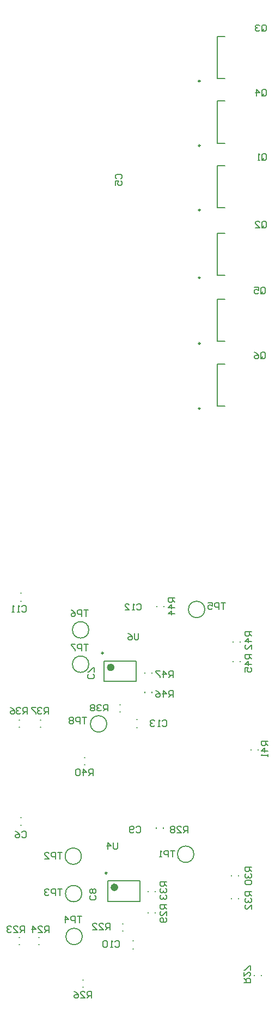
<source format=gbr>
G04 Layer_Color=32896*
%FSLAX26Y26*%
%MOIN*%
%TF.FileFunction,Legend,Bot*%
%TF.Part,Single*%
G01*
G75*
%TA.AperFunction,NonConductor*%
%ADD49C,0.007874*%
%ADD50C,0.009842*%
%ADD51C,0.023622*%
D49*
X1714504Y2426402D02*
G03*
X1714504Y2426402I-50000J0D01*
G01*
X1114504Y1726402D02*
G03*
X1114504Y1726402I-50000J0D01*
G01*
X1004504Y2091402D02*
G03*
X1004504Y2091402I-50000J0D01*
G01*
Y2301402D02*
G03*
X1004504Y2301402I-50000J0D01*
G01*
X964504Y426402D02*
G03*
X964504Y426402I-50000J0D01*
G01*
X961504Y688402D02*
G03*
X961504Y688402I-50000J0D01*
G01*
X959504Y917402D02*
G03*
X959504Y917402I-50000J0D01*
G01*
X1647504Y929402D02*
G03*
X1647504Y929402I-50000J0D01*
G01*
X578031Y1751654D02*
X581968D01*
X578031Y1708347D02*
X581968D01*
X978031Y1521654D02*
X981968D01*
X978031Y1478347D02*
X981968D01*
X1921654Y798032D02*
Y801969D01*
X1878347Y798032D02*
Y801969D01*
X1921653Y658031D02*
Y661969D01*
X1878347Y658031D02*
Y661969D01*
X698031Y421653D02*
X701969D01*
X698031Y378347D02*
X701969D01*
X578032D02*
X581967D01*
X578032Y421653D02*
X581967D01*
X968031Y161654D02*
X971968D01*
X968031Y118347D02*
X971968D01*
X1888347Y2228032D02*
Y2231969D01*
X1931654Y2228032D02*
Y2231969D01*
X1888346Y2108031D02*
Y2111968D01*
X1931653Y2108031D02*
Y2111968D01*
X1297535Y1753008D02*
X1301472D01*
X1297535Y1703795D02*
X1301472D01*
X588049Y2478644D02*
X591986D01*
X588049Y2527856D02*
X591986D01*
X588032Y1105394D02*
X591969D01*
X588032Y1154606D02*
X591969D01*
X1273031Y399606D02*
X1276968D01*
X1273031Y350394D02*
X1276968D01*
X1791278Y4067768D02*
X1836434D01*
X1791278D02*
Y4325248D01*
X1836434D01*
X1791278Y3669854D02*
X1836434D01*
X1791278D02*
Y3927334D01*
X1836434D01*
X1791276Y5672662D02*
X1836434D01*
X1791276D02*
Y5930142D01*
X1836434D01*
X1791276Y5278302D02*
X1836434D01*
X1791276D02*
Y5535782D01*
X1836434D01*
X1791276Y4470168D02*
X1836434D01*
X1791276D02*
Y4727648D01*
X1836434D01*
X1791276Y4883946D02*
X1836434D01*
X1791276D02*
Y5141426D01*
X1836434D01*
X708031Y1751654D02*
X711969D01*
X708031Y1708346D02*
X711969D01*
X1099080Y2111394D02*
X1295930D01*
X1099080Y1985410D02*
X1295930D01*
X1099080D02*
Y2111394D01*
X1295930Y1985410D02*
Y2111394D01*
X1391158Y1918432D02*
Y1922370D01*
X1347852Y1918432D02*
Y1922370D01*
Y2037432D02*
Y2041370D01*
X1391158Y2037432D02*
Y2041370D01*
X1367852Y701282D02*
Y705220D01*
X1411158Y701282D02*
Y705220D01*
Y571432D02*
Y575370D01*
X1367852Y571432D02*
Y575370D01*
X1416852Y1088432D02*
Y1092370D01*
X1460158Y1088432D02*
Y1092370D01*
X1420852Y2444434D02*
Y2448372D01*
X1464158Y2444434D02*
Y2448372D01*
X1121592Y766242D02*
X1318442D01*
X1121592Y640258D02*
X1318442D01*
X1121592D02*
Y766242D01*
X1318442Y640258D02*
Y766242D01*
X2018347Y188032D02*
Y191968D01*
X2061653Y188032D02*
Y191968D01*
X1211536Y505056D02*
X1215472D01*
X1211536Y461748D02*
X1215472D01*
X1193536Y1842056D02*
X1197472D01*
X1193536Y1798748D02*
X1197472D01*
X1998347Y1568031D02*
Y1571969D01*
X2041653Y1568031D02*
Y1571969D01*
X1020000Y50000D02*
Y89357D01*
X1000321D01*
X993762Y82798D01*
Y69679D01*
X1000321Y63119D01*
X1020000D01*
X1006881D02*
X993762Y50000D01*
X954404D02*
X980643D01*
X954404Y76238D01*
Y82798D01*
X960964Y89357D01*
X974083D01*
X980643Y82798D01*
X915047Y89357D02*
X928166Y82798D01*
X941285Y69679D01*
Y56560D01*
X934726Y50000D01*
X921606D01*
X915047Y56560D01*
Y63119D01*
X921606Y69679D01*
X941285D01*
X2000000Y2150000D02*
X1960643D01*
Y2130321D01*
X1967202Y2123762D01*
X1980321D01*
X1986881Y2130321D01*
Y2150000D01*
Y2136881D02*
X2000000Y2123762D01*
Y2090964D02*
X1960643D01*
X1980321Y2110643D01*
Y2084404D01*
X1960643Y2045047D02*
Y2071285D01*
X1980321D01*
X1973762Y2058166D01*
Y2051606D01*
X1980321Y2045047D01*
X1993440D01*
X2000000Y2051606D01*
Y2064726D01*
X1993440Y2071285D01*
X1030000Y1410000D02*
Y1449357D01*
X1010321D01*
X1003762Y1442798D01*
Y1429679D01*
X1010321Y1423119D01*
X1030000D01*
X1016881D02*
X1003762Y1410000D01*
X970964D02*
Y1449357D01*
X990643Y1429679D01*
X964404D01*
X951285Y1442798D02*
X944726Y1449357D01*
X931606D01*
X925047Y1442798D01*
Y1416560D01*
X931606Y1410000D01*
X944726D01*
X951285Y1416560D01*
Y1442798D01*
X628072Y1788412D02*
Y1827769D01*
X608393D01*
X601834Y1821209D01*
Y1808090D01*
X608393Y1801531D01*
X628072D01*
X614953D02*
X601834Y1788412D01*
X588715Y1821209D02*
X582155Y1827769D01*
X569036D01*
X562476Y1821209D01*
Y1814650D01*
X569036Y1808090D01*
X575595D01*
X569036D01*
X562476Y1801531D01*
Y1794971D01*
X569036Y1788412D01*
X582155D01*
X588715Y1794971D01*
X523119Y1827769D02*
X536238Y1821209D01*
X549357Y1808090D01*
Y1794971D01*
X542798Y1788412D01*
X529678D01*
X523119Y1794971D01*
Y1801531D01*
X529678Y1808090D01*
X549357D01*
X2000000Y850000D02*
X1960643D01*
Y830321D01*
X1967202Y823762D01*
X1980321D01*
X1986881Y830321D01*
Y850000D01*
Y836881D02*
X2000000Y823762D01*
X1967202Y810643D02*
X1960643Y804083D01*
Y790964D01*
X1967202Y784404D01*
X1973762D01*
X1980321Y790964D01*
Y797524D01*
Y790964D01*
X1986881Y784404D01*
X1993440D01*
X2000000Y790964D01*
Y804083D01*
X1993440Y810643D01*
X1967202Y771285D02*
X1960643Y764726D01*
Y751606D01*
X1967202Y745047D01*
X1993440D01*
X2000000Y751606D01*
Y764726D01*
X1993440Y771285D01*
X1967202D01*
X989504Y1765759D02*
X963266D01*
X976385D01*
Y1726402D01*
X950146D02*
Y1765759D01*
X930468D01*
X923908Y1759199D01*
Y1746080D01*
X930468Y1739521D01*
X950146D01*
X910789Y1759199D02*
X904230Y1765759D01*
X891110D01*
X884551Y1759199D01*
Y1752640D01*
X891110Y1746080D01*
X884551Y1739521D01*
Y1732961D01*
X891110Y1726402D01*
X904230D01*
X910789Y1732961D01*
Y1739521D01*
X904230Y1746080D01*
X910789Y1752640D01*
Y1759199D01*
X904230Y1746080D02*
X891110D01*
X1001072Y2213769D02*
X974834D01*
X987953D01*
Y2174412D01*
X961715D02*
Y2213769D01*
X942036D01*
X935476Y2207209D01*
Y2194090D01*
X942036Y2187531D01*
X961715D01*
X922357Y2213769D02*
X896119D01*
Y2207209D01*
X922357Y2180971D01*
Y2174412D01*
X1001072Y2423769D02*
X974834D01*
X987953D01*
Y2384412D01*
X961715D02*
Y2423769D01*
X942036D01*
X935476Y2417209D01*
Y2404090D01*
X942036Y2397531D01*
X961715D01*
X896119Y2423769D02*
X909238Y2417209D01*
X922357Y2404090D01*
Y2390971D01*
X915798Y2384412D01*
X902678D01*
X896119Y2390971D01*
Y2397531D01*
X902678Y2404090D01*
X922357D01*
X1839504Y2465759D02*
X1813266D01*
X1826385D01*
Y2426402D01*
X1800147D02*
Y2465759D01*
X1780468D01*
X1773908Y2459199D01*
Y2446080D01*
X1780468Y2439521D01*
X1800147D01*
X1734551Y2465759D02*
X1760789D01*
Y2446080D01*
X1747670Y2452640D01*
X1741110D01*
X1734551Y2446080D01*
Y2432961D01*
X1741110Y2426402D01*
X1754229D01*
X1760789Y2432961D01*
X961072Y548769D02*
X934834D01*
X947953D01*
Y509412D01*
X921715D02*
Y548769D01*
X902036D01*
X895476Y542209D01*
Y529090D01*
X902036Y522531D01*
X921715D01*
X862678Y509412D02*
Y548769D01*
X882357Y529090D01*
X856119D01*
X839504Y715759D02*
X813266D01*
X826385D01*
Y676402D01*
X800146D02*
Y715759D01*
X780468D01*
X773908Y709199D01*
Y696080D01*
X780468Y689521D01*
X800146D01*
X760789Y709199D02*
X754230Y715759D01*
X741110D01*
X734551Y709199D01*
Y702640D01*
X741110Y696080D01*
X747670D01*
X741110D01*
X734551Y689521D01*
Y682961D01*
X741110Y676402D01*
X754230D01*
X760789Y682961D01*
X839504Y940759D02*
X813266D01*
X826385D01*
Y901402D01*
X800146D02*
Y940759D01*
X780468D01*
X773908Y934199D01*
Y921080D01*
X780468Y914521D01*
X800146D01*
X734551Y901402D02*
X760789D01*
X734551Y927640D01*
Y934199D01*
X741110Y940759D01*
X754230D01*
X760789Y934199D01*
X1530504Y951759D02*
X1504266D01*
X1517385D01*
Y912402D01*
X1491147D02*
Y951759D01*
X1471468D01*
X1464908Y945199D01*
Y932080D01*
X1471468Y925521D01*
X1491147D01*
X1451789Y912402D02*
X1438670D01*
X1445229D01*
Y951759D01*
X1451789Y945199D01*
X2057755Y3966908D02*
Y3993146D01*
X2064314Y3999706D01*
X2077434D01*
X2083993Y3993146D01*
Y3966908D01*
X2077434Y3960349D01*
X2064314D01*
X2070874Y3973468D02*
X2057755Y3960349D01*
X2064314D02*
X2057755Y3966908D01*
X2018398Y3999706D02*
X2031517Y3993146D01*
X2044636Y3980027D01*
Y3966908D01*
X2038076Y3960349D01*
X2024957D01*
X2018398Y3966908D01*
Y3973468D01*
X2024957Y3980027D01*
X2044636D01*
X2057629Y4364908D02*
Y4391146D01*
X2064188Y4397706D01*
X2077307D01*
X2083867Y4391146D01*
Y4364908D01*
X2077307Y4358349D01*
X2064188D01*
X2070748Y4371468D02*
X2057629Y4358349D01*
X2064188D02*
X2057629Y4364908D01*
X2018272Y4397706D02*
X2044510D01*
Y4378027D01*
X2031391Y4384587D01*
X2024831D01*
X2018272Y4378027D01*
Y4364908D01*
X2024831Y4358349D01*
X2037950D01*
X2044510Y4364908D01*
X2065172Y5969189D02*
Y5995427D01*
X2071731Y6001986D01*
X2084851D01*
X2091410Y5995427D01*
Y5969189D01*
X2084851Y5962629D01*
X2071731D01*
X2078291Y5975748D02*
X2065172Y5962629D01*
X2071731D02*
X2065172Y5969189D01*
X2052053Y5995427D02*
X2045493Y6001986D01*
X2032374D01*
X2025815Y5995427D01*
Y5988867D01*
X2032374Y5982308D01*
X2038934D01*
X2032374D01*
X2025815Y5975748D01*
Y5969189D01*
X2032374Y5962629D01*
X2045493D01*
X2052053Y5969189D01*
X2065329Y5575130D02*
Y5601368D01*
X2071889Y5607928D01*
X2085008D01*
X2091568Y5601368D01*
Y5575130D01*
X2085008Y5568571D01*
X2071889D01*
X2078449Y5581690D02*
X2065329Y5568571D01*
X2071889D02*
X2065329Y5575130D01*
X2032532Y5568571D02*
Y5607928D01*
X2052210Y5588249D01*
X2025972D01*
X2065329Y4767066D02*
Y4793305D01*
X2071888Y4799864D01*
X2085007D01*
X2091567Y4793305D01*
Y4767066D01*
X2085007Y4760507D01*
X2071888D01*
X2078448Y4773626D02*
X2065329Y4760507D01*
X2071888D02*
X2065329Y4767066D01*
X2025971Y4760507D02*
X2052209D01*
X2025971Y4786745D01*
Y4793305D01*
X2032531Y4799864D01*
X2045650D01*
X2052209Y4793305D01*
X2065644Y5180702D02*
Y5206940D01*
X2072203Y5213500D01*
X2085322D01*
X2091882Y5206940D01*
Y5180702D01*
X2085322Y5174143D01*
X2072203D01*
X2078763Y5187262D02*
X2065644Y5174143D01*
X2072203D02*
X2065644Y5180702D01*
X2052524Y5174143D02*
X2039405D01*
X2045965D01*
Y5213500D01*
X2052524Y5206940D01*
X1173951Y5060504D02*
X1167392Y5067064D01*
Y5080183D01*
X1173951Y5086742D01*
X1200189D01*
X1206749Y5080183D01*
Y5067064D01*
X1200189Y5060504D01*
X1167392Y5021147D02*
Y5047385D01*
X1187070D01*
X1180511Y5034266D01*
Y5027706D01*
X1187070Y5021147D01*
X1200189D01*
X1206749Y5027706D01*
Y5040825D01*
X1200189Y5047385D01*
X593762Y2442798D02*
X600321Y2449357D01*
X613440D01*
X620000Y2442798D01*
Y2416560D01*
X613440Y2410000D01*
X600321D01*
X593762Y2416560D01*
X580643Y2410000D02*
X567524D01*
X574083D01*
Y2449357D01*
X580643Y2442798D01*
X547845Y2410000D02*
X534726D01*
X541285D01*
Y2449357D01*
X547845Y2442798D01*
X1298266Y2455199D02*
X1304825Y2461759D01*
X1317944D01*
X1324504Y2455199D01*
Y2428961D01*
X1317944Y2422402D01*
X1304825D01*
X1298266Y2428961D01*
X1285147Y2422402D02*
X1272027D01*
X1278587D01*
Y2461759D01*
X1285147Y2455199D01*
X1226111Y2422402D02*
X1252349D01*
X1226111Y2448640D01*
Y2455199D01*
X1232670Y2461759D01*
X1245789D01*
X1252349Y2455199D01*
X1031302Y2029640D02*
X1037861Y2023080D01*
Y2009961D01*
X1031302Y2003402D01*
X1005063D01*
X998504Y2009961D01*
Y2023080D01*
X1005063Y2029640D01*
X1037861Y2042759D02*
Y2068997D01*
X1031302D01*
X1005063Y2042759D01*
X998504D01*
X1453762Y1742798D02*
X1460321Y1749357D01*
X1473440D01*
X1480000Y1742798D01*
Y1716560D01*
X1473440Y1710000D01*
X1460321D01*
X1453762Y1716560D01*
X1440643Y1710000D02*
X1427524D01*
X1434083D01*
Y1749357D01*
X1440643Y1742798D01*
X1407845D02*
X1401285Y1749357D01*
X1388166D01*
X1381607Y1742798D01*
Y1736238D01*
X1388166Y1729679D01*
X1394726D01*
X1388166D01*
X1381607Y1723119D01*
Y1716560D01*
X1388166Y1710000D01*
X1401285D01*
X1407845Y1716560D01*
X593762Y1062798D02*
X600321Y1069357D01*
X613440D01*
X620000Y1062798D01*
Y1036560D01*
X613440Y1030000D01*
X600321D01*
X593762Y1036560D01*
X554404Y1069357D02*
X567524Y1062798D01*
X580643Y1049679D01*
Y1036560D01*
X574083Y1030000D01*
X560964D01*
X554404Y1036560D01*
Y1043119D01*
X560964Y1049679D01*
X580643D01*
X1293762Y1092798D02*
X1300321Y1099357D01*
X1313440D01*
X1320000Y1092798D01*
Y1066560D01*
X1313440Y1060000D01*
X1300321D01*
X1293762Y1066560D01*
X1280643D02*
X1274083Y1060000D01*
X1260964D01*
X1254404Y1066560D01*
Y1092798D01*
X1260964Y1099357D01*
X1274083D01*
X1280643Y1092798D01*
Y1086238D01*
X1274083Y1079679D01*
X1254404D01*
X1163762Y392798D02*
X1170321Y399357D01*
X1183440D01*
X1190000Y392798D01*
Y366560D01*
X1183440Y360000D01*
X1170321D01*
X1163762Y366560D01*
X1150643Y360000D02*
X1137524D01*
X1144083D01*
Y399357D01*
X1150643Y392798D01*
X1117845D02*
X1111285Y399357D01*
X1098166D01*
X1091607Y392798D01*
Y366560D01*
X1098166Y360000D01*
X1111285D01*
X1117845Y366560D01*
Y392798D01*
X1042302Y676640D02*
X1048861Y670080D01*
Y656961D01*
X1042302Y650402D01*
X1016063D01*
X1009504Y656961D01*
Y670080D01*
X1016063Y676640D01*
X1042302Y689759D02*
X1048861Y696319D01*
Y709438D01*
X1042302Y715997D01*
X1035742D01*
X1029183Y709438D01*
X1022623Y715997D01*
X1016063D01*
X1009504Y709438D01*
Y696319D01*
X1016063Y689759D01*
X1022623D01*
X1029183Y696319D01*
X1035742Y689759D01*
X1042302D01*
X1029183Y696319D02*
Y709438D01*
X760000Y450000D02*
Y489357D01*
X740321D01*
X733762Y482798D01*
Y469679D01*
X740321Y463119D01*
X760000D01*
X746881D02*
X733762Y450000D01*
X694404D02*
X720643D01*
X694404Y476238D01*
Y482798D01*
X700964Y489357D01*
X714083D01*
X720643Y482798D01*
X661606Y450000D02*
Y489357D01*
X681285Y469679D01*
X655047D01*
X758072Y1788412D02*
Y1827769D01*
X738393D01*
X731834Y1821209D01*
Y1808090D01*
X738393Y1801531D01*
X758072D01*
X744953D02*
X731834Y1788412D01*
X718715Y1821209D02*
X712155Y1827769D01*
X699036D01*
X692476Y1821209D01*
Y1814650D01*
X699036Y1808090D01*
X705595D01*
X699036D01*
X692476Y1801531D01*
Y1794971D01*
X699036Y1788412D01*
X712155D01*
X718715Y1794971D01*
X679357Y1827769D02*
X653119D01*
Y1821209D01*
X679357Y1794971D01*
Y1788412D01*
X2100000Y1620000D02*
X2060643D01*
Y1600321D01*
X2067202Y1593762D01*
X2080321D01*
X2086881Y1600321D01*
Y1620000D01*
Y1606881D02*
X2100000Y1593762D01*
Y1560964D02*
X2060643D01*
X2080321Y1580643D01*
Y1554404D01*
X2100000Y1541285D02*
Y1528166D01*
Y1534726D01*
X2060643D01*
X2067202Y1541285D01*
X610000Y450000D02*
Y489357D01*
X590321D01*
X583762Y482798D01*
Y469679D01*
X590321Y463119D01*
X610000D01*
X596881D02*
X583762Y450000D01*
X544404D02*
X570643D01*
X544404Y476238D01*
Y482798D01*
X550964Y489357D01*
X564083D01*
X570643Y482798D01*
X531285D02*
X524726Y489357D01*
X511606D01*
X505047Y482798D01*
Y476238D01*
X511606Y469679D01*
X518166D01*
X511606D01*
X505047Y463119D01*
Y456560D01*
X511606Y450000D01*
X524726D01*
X531285Y456560D01*
X1956000Y143000D02*
X1995357D01*
Y162679D01*
X1988798Y169238D01*
X1975679D01*
X1969119Y162679D01*
Y143000D01*
Y156119D02*
X1956000Y169238D01*
Y208596D02*
Y182357D01*
X1982238Y208596D01*
X1988798D01*
X1995357Y202036D01*
Y188917D01*
X1988798Y182357D01*
X1995357Y221715D02*
Y247953D01*
X1988798D01*
X1962560Y221715D01*
X1956000D01*
X1610000Y1060000D02*
Y1099357D01*
X1590321D01*
X1583762Y1092798D01*
Y1079679D01*
X1590321Y1073119D01*
X1610000D01*
X1596881D02*
X1583762Y1060000D01*
X1544404D02*
X1570643D01*
X1544404Y1086238D01*
Y1092798D01*
X1550964Y1099357D01*
X1564083D01*
X1570643Y1092798D01*
X1531285D02*
X1524726Y1099357D01*
X1511607D01*
X1505047Y1092798D01*
Y1086238D01*
X1511607Y1079679D01*
X1505047Y1073119D01*
Y1066560D01*
X1511607Y1060000D01*
X1524726D01*
X1531285Y1066560D01*
Y1073119D01*
X1524726Y1079679D01*
X1531285Y1086238D01*
Y1092798D01*
X1524726Y1079679D02*
X1511607D01*
X1480000Y620000D02*
X1440643D01*
Y600321D01*
X1447202Y593762D01*
X1460321D01*
X1466881Y600321D01*
Y620000D01*
Y606881D02*
X1480000Y593762D01*
Y554404D02*
Y580643D01*
X1453762Y554404D01*
X1447202D01*
X1440643Y560964D01*
Y574083D01*
X1447202Y580643D01*
X1473440Y541285D02*
X1480000Y534726D01*
Y521606D01*
X1473440Y515047D01*
X1447202D01*
X1440643Y521606D01*
Y534726D01*
X1447202Y541285D01*
X1453762D01*
X1460321Y534726D01*
Y515047D01*
X1480000Y760000D02*
X1440643D01*
Y740321D01*
X1447202Y733762D01*
X1460321D01*
X1466881Y740321D01*
Y760000D01*
Y746881D02*
X1480000Y733762D01*
X1447202Y720643D02*
X1440643Y714083D01*
Y700964D01*
X1447202Y694404D01*
X1453762D01*
X1460321Y700964D01*
Y707524D01*
Y700964D01*
X1466881Y694404D01*
X1473440D01*
X1480000Y700964D01*
Y714083D01*
X1473440Y720643D01*
X1447202Y681285D02*
X1440643Y674726D01*
Y661606D01*
X1447202Y655047D01*
X1453762D01*
X1460321Y661606D01*
Y668166D01*
Y661606D01*
X1466881Y655047D01*
X1473440D01*
X1480000Y661606D01*
Y674726D01*
X1473440Y681285D01*
X2000000Y700000D02*
X1960643D01*
Y680321D01*
X1967202Y673762D01*
X1980321D01*
X1986881Y680321D01*
Y700000D01*
Y686881D02*
X2000000Y673762D01*
X1967202Y660643D02*
X1960643Y654083D01*
Y640964D01*
X1967202Y634404D01*
X1973762D01*
X1980321Y640964D01*
Y647524D01*
Y640964D01*
X1986881Y634404D01*
X1993440D01*
X2000000Y640964D01*
Y654083D01*
X1993440Y660643D01*
X2000000Y595047D02*
Y621285D01*
X1973762Y595047D01*
X1967202D01*
X1960643Y601606D01*
Y614726D01*
X1967202Y621285D01*
X1530504Y2497402D02*
X1491147D01*
Y2477723D01*
X1497706Y2471163D01*
X1510825D01*
X1517385Y2477723D01*
Y2497402D01*
Y2484282D02*
X1530504Y2471163D01*
Y2438365D02*
X1491147D01*
X1510825Y2458044D01*
Y2431806D01*
X1530504Y2399008D02*
X1491147D01*
X1510825Y2418687D01*
Y2392449D01*
X1519504Y1890402D02*
Y1929759D01*
X1499825D01*
X1493266Y1923199D01*
Y1910080D01*
X1499825Y1903521D01*
X1519504D01*
X1506385D02*
X1493266Y1890402D01*
X1460468D02*
Y1929759D01*
X1480147Y1910080D01*
X1453908D01*
X1414551Y1929759D02*
X1427670Y1923199D01*
X1440789Y1910080D01*
Y1896961D01*
X1434229Y1890402D01*
X1421110D01*
X1414551Y1896961D01*
Y1903521D01*
X1421110Y1910080D01*
X1440789D01*
X1519504Y2009402D02*
Y2048759D01*
X1499825D01*
X1493266Y2042199D01*
Y2029080D01*
X1499825Y2022521D01*
X1519504D01*
X1506385D02*
X1493266Y2009402D01*
X1460468D02*
Y2048759D01*
X1480147Y2029080D01*
X1453908D01*
X1440789Y2048759D02*
X1414551D01*
Y2042199D01*
X1440789Y2015961D01*
Y2009402D01*
X1180000Y999357D02*
Y966560D01*
X1173440Y960000D01*
X1160321D01*
X1153762Y966560D01*
Y999357D01*
X1120964Y960000D02*
Y999357D01*
X1140643Y979679D01*
X1114404D01*
X1309072Y2279769D02*
Y2246971D01*
X1302512Y2240412D01*
X1289393D01*
X1282834Y2246971D01*
Y2279769D01*
X1243476D02*
X1256595Y2273209D01*
X1269715Y2260090D01*
Y2246971D01*
X1263155Y2240412D01*
X1250036D01*
X1243476Y2246971D01*
Y2253531D01*
X1250036Y2260090D01*
X1269715D01*
X1133504Y466402D02*
Y505759D01*
X1113825D01*
X1107266Y499199D01*
Y486080D01*
X1113825Y479521D01*
X1133504D01*
X1120385D02*
X1107266Y466402D01*
X1067908D02*
X1094147D01*
X1067908Y492640D01*
Y499199D01*
X1074468Y505759D01*
X1087587D01*
X1094147Y499199D01*
X1028551Y466402D02*
X1054789D01*
X1028551Y492640D01*
Y499199D01*
X1035110Y505759D01*
X1048229D01*
X1054789Y499199D01*
X1119504Y1805402D02*
Y1844759D01*
X1099825D01*
X1093266Y1838199D01*
Y1825080D01*
X1099825Y1818521D01*
X1119504D01*
X1106385D02*
X1093266Y1805402D01*
X1080147Y1838199D02*
X1073587Y1844759D01*
X1060468D01*
X1053908Y1838199D01*
Y1831640D01*
X1060468Y1825080D01*
X1067027D01*
X1060468D01*
X1053908Y1818521D01*
Y1811961D01*
X1060468Y1805402D01*
X1073587D01*
X1080147Y1811961D01*
X1040789Y1838199D02*
X1034229Y1844759D01*
X1021110D01*
X1014551Y1838199D01*
Y1831640D01*
X1021110Y1825080D01*
X1014551Y1818521D01*
Y1811961D01*
X1021110Y1805402D01*
X1034229D01*
X1040789Y1811961D01*
Y1818521D01*
X1034229Y1825080D01*
X1040789Y1831640D01*
Y1838199D01*
X1034229Y1825080D02*
X1021110D01*
X2000000Y2290000D02*
X1960643D01*
Y2270321D01*
X1967202Y2263762D01*
X1980321D01*
X1986881Y2270321D01*
Y2290000D01*
Y2276881D02*
X2000000Y2263762D01*
Y2230964D02*
X1960643D01*
X1980321Y2250643D01*
Y2224404D01*
X2000000Y2185047D02*
Y2211285D01*
X1973762Y2185047D01*
X1967202D01*
X1960643Y2191606D01*
Y2204726D01*
X1967202Y2211285D01*
D50*
X1685961Y4053199D02*
G03*
X1685961Y4053199I-4921J0D01*
G01*
Y3655285D02*
G03*
X1685961Y3655285I-4921J0D01*
G01*
X1685961Y5658094D02*
G03*
X1685961Y5658094I-4921J0D01*
G01*
Y5263736D02*
G03*
X1685961Y5263736I-4921J0D01*
G01*
X1685960Y4455601D02*
G03*
X1685960Y4455601I-4921J0D01*
G01*
Y4869379D02*
G03*
X1685960Y4869379I-4921J0D01*
G01*
X1092976Y2159622D02*
G03*
X1092976Y2159622I-4921J0D01*
G01*
X1115490Y814471D02*
G03*
X1115490Y814471I-4921J0D01*
G01*
D51*
X1150260Y2072024D02*
G03*
X1150260Y2072024I-11811J0D01*
G01*
X1172773Y726872D02*
G03*
X1172773Y726872I-11811J0D01*
G01*
%TF.MD5,91ba396cbf9e8381fa47079aca03ae18*%
M02*

</source>
